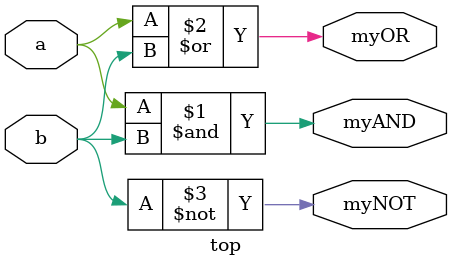
<source format=v>
`timescale 1ns / 1ps


module top(
        input a,
        input b,
        output myAND,
        output myOR,
        output myNOT
    );
    assign myAND = a&b;
    assign myOR = a|b;
    assign myNOT = ~b;
endmodule

</source>
